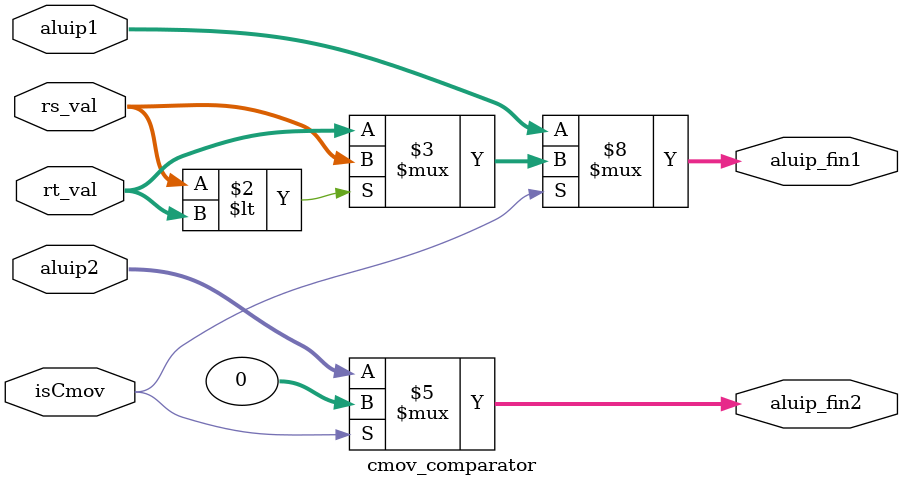
<source format=v>
module cmov_comparator(
    input wire isCmov,
    input wire [31:0] rs_val, rt_val, aluip1, aluip2,
    output reg [31:0] aluip_fin1, aluip_fin2
);

    always @(*) begin
        if(isCmov) begin
            aluip_fin1 <= (rs_val < rt_val)? rs_val : rt_val;
            aluip_fin2 <= 0;
        end
        else begin
            aluip_fin1 <= aluip1;
            aluip_fin2 <= aluip2;
        end
    end

endmodule
</source>
